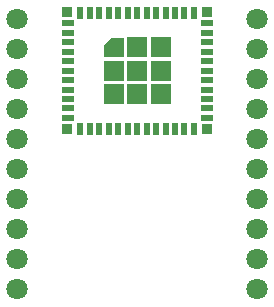
<source format=gbr>
%TF.GenerationSoftware,Altium Limited,Altium Designer,20.1.8 (145)*%
G04 Layer_Color=39423*
%FSLAX45Y45*%
%MOMM*%
%TF.SameCoordinates,58819124-5082-48BE-93C4-8F50621AB512*%
%TF.FilePolarity,Negative*%
%TF.FileFunction,Soldermask,Top*%
%TF.Part,Single*%
G01*
G75*
%TA.AperFunction,ComponentPad*%
%ADD19C,1.80320*%
%TA.AperFunction,ConnectorPad*%
%ADD21R,1.00320X0.60320*%
%ADD22R,0.60320X1.00320*%
%TA.AperFunction,BGAPad,CuDef*%
%ADD23R,1.65320X1.65320*%
%TA.AperFunction,SMDPad,CuDef*%
%ADD24R,0.90320X0.90320*%
G36*
X10045000Y7551500D02*
X9880000D01*
Y7650500D01*
X9946000Y7716500D01*
X10045000D01*
Y7551500D01*
D02*
G37*
D19*
X11176000Y7874000D02*
D03*
Y7620000D02*
D03*
Y7366000D02*
D03*
Y7112000D02*
D03*
Y6858000D02*
D03*
Y6604000D02*
D03*
Y6350000D02*
D03*
Y6096000D02*
D03*
Y5842000D02*
D03*
Y5588000D02*
D03*
X9144000Y7874000D02*
D03*
Y7620000D02*
D03*
Y7366000D02*
D03*
Y7112000D02*
D03*
Y6858000D02*
D03*
Y6604000D02*
D03*
Y6350000D02*
D03*
Y6096000D02*
D03*
Y5842000D02*
D03*
Y5588000D02*
D03*
D21*
X9570000Y7836500D02*
D03*
Y7756500D02*
D03*
Y7676500D02*
D03*
Y7596500D02*
D03*
Y7516500D02*
D03*
Y7436500D02*
D03*
Y7356500D02*
D03*
Y7276500D02*
D03*
Y7196500D02*
D03*
Y7116500D02*
D03*
Y7036500D02*
D03*
X10750000D02*
D03*
Y7116500D02*
D03*
Y7196500D02*
D03*
Y7276500D02*
D03*
Y7356500D02*
D03*
Y7436500D02*
D03*
Y7516500D02*
D03*
Y7596500D02*
D03*
Y7676500D02*
D03*
Y7756500D02*
D03*
Y7836500D02*
D03*
D22*
X9680000Y6946500D02*
D03*
X9760000D02*
D03*
X9840000D02*
D03*
X9920000D02*
D03*
X10000000D02*
D03*
X10080000D02*
D03*
X10160000D02*
D03*
X10240000D02*
D03*
X10320000D02*
D03*
X10400000D02*
D03*
X10480000D02*
D03*
X10560000D02*
D03*
X10640000D02*
D03*
Y7926500D02*
D03*
X10560000D02*
D03*
X10480000D02*
D03*
X10400000D02*
D03*
X10320000D02*
D03*
X10240000D02*
D03*
X10160000D02*
D03*
X10080000D02*
D03*
X10000000D02*
D03*
X9920000D02*
D03*
X9840000D02*
D03*
X9760000D02*
D03*
X9680000D02*
D03*
D23*
X10160000Y7436500D02*
D03*
X10357500Y7634000D02*
D03*
X10160000D02*
D03*
X9962500Y7436500D02*
D03*
Y7239000D02*
D03*
X10160000D02*
D03*
X10357500D02*
D03*
Y7436500D02*
D03*
D24*
X9565000Y7931500D02*
D03*
Y6941500D02*
D03*
X10755000D02*
D03*
Y7931500D02*
D03*
%TF.MD5,8d417709fb1fa94c74dd8537b1dc653e*%
M02*

</source>
